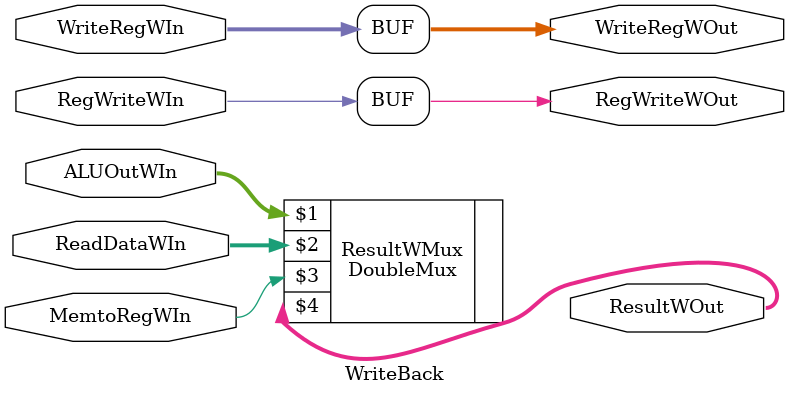
<source format=sv>
`timescale 1ns / 1ps


module WriteBack(
        input logic RegWriteWIn, MemtoRegWIn,
        input logic [31:0] ReadDataWIn, ALUOutWIn,
        input logic [4:0] WriteRegWIn,
        output logic [4:0] WriteRegWOut,
        output logic [31:0] ResultWOut,
        output logic RegWriteWOut
    );
    assign WriteRegWOut = WriteRegWIn;
    assign RegWriteWOut = RegWriteWIn;
    DoubleMux #(32) ResultWMux (ALUOutWIn, ReadDataWIn, 
                                MemtoRegWIn, ResultWOut);
endmodule

</source>
